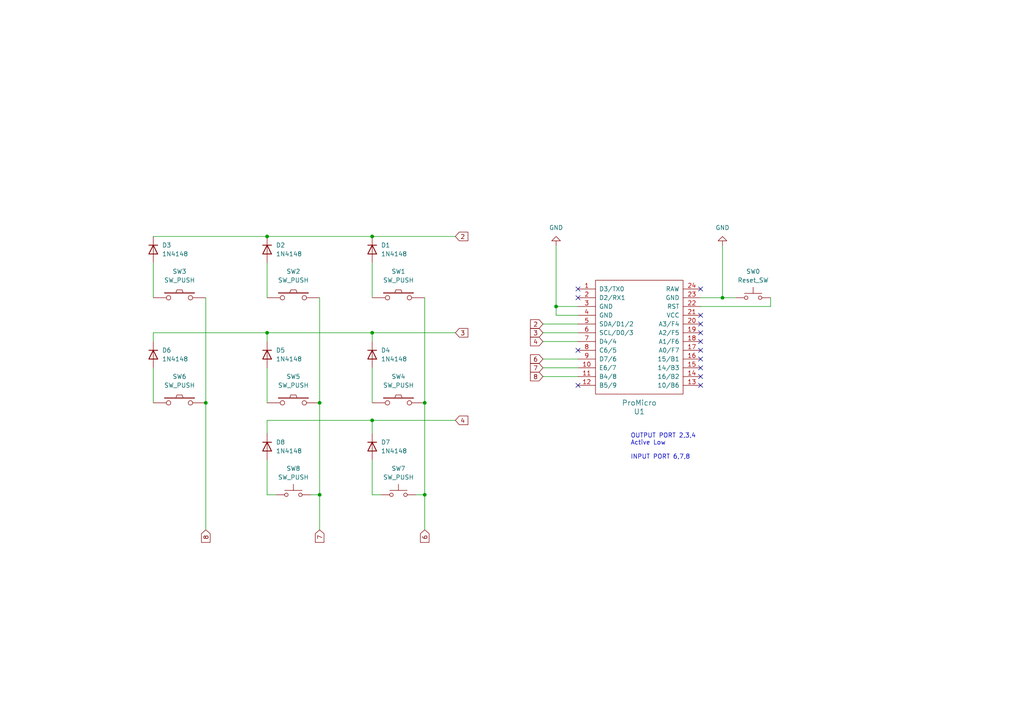
<source format=kicad_sch>
(kicad_sch (version 20230121) (generator eeschema)
  (paper "A4")
  (title_block (title "Kuriyokan (Card size keyboard)") (rev "1") (company "toriten (s51517765)"))
  (lib_symbols
    (symbol "Diode:1N4148" (pin_numbers hide) (pin_names hide)
      (property "Reference" "D" (at 0 2.54 0))
      (property "Value" "1N4148" (at 0 -2.54 0))
      (symbol "1N4148_0_1"
        (polyline (pts (xy -1.27 1.27) (xy -1.27 -1.27)) (stroke (width 0.254)))
        (polyline (pts (xy 1.27 0) (xy -1.27 0)))
        (polyline (pts (xy 1.27 1.27) (xy 1.27 -1.27) (xy -1.27 0) (xy 1.27 1.27)) (stroke (width 0.254)))
      )
      (symbol "1N4148_1_1"
        (pin passive line (at -3.81 0 0) (length 2.54) (name "K") (number "1"))
        (pin passive line (at 3.81 0 180) (length 2.54) (name "A") (number "2"))
      )
    )
    (symbol "Switch:SW_Push" (pin_numbers hide) (pin_names (offset 1.016) hide)
      (property "Reference" "SW" (at 1.27 2.54 0))
      (property "Value" "SW_Push" (at 0 -1.524 0))
      (symbol "SW_Push_0_1"
        (circle (center -2.032 0) (radius 0.508))
        (polyline (pts (xy 0 1.27) (xy 0 3.048)))
        (polyline (pts (xy 2.54 1.27) (xy -2.54 1.27)))
        (circle (center 2.032 0) (radius 0.508))
        (pin passive line (at -5.08 0 0) (length 2.54) (name "1") (number "1"))
        (pin passive line (at 5.08 0 180) (length 2.54) (name "2") (number "2"))
      )
    )
    (symbol "kbd:ProMicro_r" (pin_names (offset 1.016))
      (property "Reference" "U" (at 1.27 22.86 0))
      (property "Value" "ProMicro_r" (at 1.27 -15.24 0))
      (symbol "ProMicro_r_0_1"
        (rectangle (start 13.97 20.32) (end -11.43 -12.7))
      )
      (symbol "ProMicro_r_1_1"
        (pin bidirectional line (at 19.05 17.78 180) (length 5.08) (name "D3/TX0") (number "1"))
        (pin bidirectional line (at 19.05 -5.08 180) (length 5.08) (name "E6/7") (number "10"))
        (pin bidirectional line (at 19.05 -7.62 180) (length 5.08) (name "B4/8") (number "11"))
        (pin bidirectional line (at 19.05 -10.16 180) (length 5.08) (name "B5/9") (number "12"))
        (pin bidirectional line (at -16.51 -10.16 0) (length 5.08) (name "10/B6") (number "13"))
        (pin bidirectional line (at -16.51 -7.62 0) (length 5.08) (name "16/B2") (number "14"))
        (pin bidirectional line (at -16.51 -5.08 0) (length 5.08) (name "14/B3") (number "15"))
        (pin bidirectional line (at -16.51 -2.54 0) (length 5.08) (name "15/B1") (number "16"))
        (pin bidirectional line (at -16.51 0 0) (length 5.08) (name "A0/F7") (number "17"))
        (pin bidirectional line (at -16.51 2.54 0) (length 5.08) (name "A1/F6") (number "18"))
        (pin bidirectional line (at -16.51 5.08 0) (length 5.08) (name "A2/F5") (number "19"))
        (pin bidirectional line (at 19.05 15.24 180) (length 5.08) (name "D2/RX1") (number "2"))
        (pin bidirectional line (at -16.51 7.62 0) (length 5.08) (name "A3/F4") (number "20"))
        (pin power_in line (at -16.51 10.16 0) (length 5.08) (name "VCC") (number "21"))
        (pin input line (at -16.51 12.7 0) (length 5.08) (name "RST") (number "22"))
        (pin power_in line (at -16.51 15.24 0) (length 5.08) (name "GND") (number "23"))
        (pin power_out line (at -16.51 17.78 0) (length 5.08) (name "RAW") (number "24"))
        (pin power_in line (at 19.05 12.7 180) (length 5.08) (name "GND") (number "3"))
        (pin power_in line (at 19.05 10.16 180) (length 5.08) (name "GND") (number "4"))
        (pin bidirectional line (at 19.05 7.62 180) (length 5.08) (name "SDA/D1/2") (number "5"))
        (pin bidirectional line (at 19.05 5.08 180) (length 5.08) (name "SCL/D0/3") (number "6"))
        (pin bidirectional line (at 19.05 2.54 180) (length 5.08) (name "D4/4") (number "7"))
        (pin bidirectional line (at 19.05 0 180) (length 5.08) (name "C6/5") (number "8"))
        (pin bidirectional line (at 19.05 -2.54 180) (length 5.08) (name "D7/6") (number "9"))
      )
    )
    (symbol "kbd:SW_PUSH" (pin_numbers hide) (pin_names (offset 1.016) hide)
      (property "Reference" "SW" (at 3.81 2.794 0))
      (property "Value" "SW_PUSH" (at 0 -2.032 0))
      (symbol "SW_PUSH_0_1"
        (rectangle (start -4.318 1.27) (end 4.318 1.524))
        (polyline (pts (xy -1.016 1.524) (xy -0.762 2.286) (xy 0.762 2.286) (xy 1.016 1.524)))
        (pin passive inverted (at -7.62 0 0) (length 5.08) (name "1") (number "1"))
        (pin passive inverted (at 7.62 0 180) (length 5.08) (name "2") (number "2"))
      )
    )
    (symbol "power:GND" (power) (pin_names (offset 0))
      (property "Value" "GND" (at 0 -3.81 0))
      (symbol "GND_0_1"
        (polyline (pts (xy 0 0) (xy 0 -1.27) (xy 1.27 -1.27) (xy 0 -2.54) (xy -1.27 -1.27) (xy 0 -1.27)))
      )
      (symbol "GND_1_1"
        (pin power_in line (at 0 0 270) (length 0) hide (name "GND") (number "1"))
      )
    )
  )
  (junction (at 77.47 96.52))
  (junction (at 161.29 88.9))
  (junction (at 77.47 68.58))
  (junction (at 107.95 96.52))
  (junction (at 92.71 116.84))
  (junction (at 209.55 86.36))
  (junction (at 123.19 116.84))
  (junction (at 107.95 121.92))
  (junction (at 59.69 116.84))
  (junction (at 123.19 143.51))
  (junction (at 92.71 143.51))
  (junction (at 107.95 68.58))
  (no_connect (at 203.2 83.82))
  (no_connect (at 167.64 111.76))
  (no_connect (at 203.2 104.14))
  (no_connect (at 203.2 93.98))
  (no_connect (at 167.64 83.82))
  (no_connect (at 167.64 101.6))
  (no_connect (at 203.2 109.22))
  (no_connect (at 203.2 91.44))
  (no_connect (at 203.2 111.76))
  (no_connect (at 203.2 101.6))
  (no_connect (at 167.64 86.36))
  (no_connect (at 203.2 106.68))
  (no_connect (at 203.2 96.52))
  (no_connect (at 203.2 99.06))
  (wire (pts (xy 203.2 86.36) (xy 209.55 86.36)))
  (wire (pts (xy 157.48 96.52) (xy 167.64 96.52)))
  (wire (pts (xy 77.47 76.2) (xy 77.47 86.36)))
  (wire (pts (xy 107.95 96.52) (xy 132.08 96.52)))
  (wire (pts (xy 157.48 99.06) (xy 167.64 99.06)))
  (wire (pts (xy 120.65 143.51) (xy 123.19 143.51)))
  (wire (pts (xy 123.19 86.36) (xy 123.19 116.84)))
  (wire (pts (xy 107.95 106.68) (xy 107.95 116.84)))
  (wire (pts (xy 44.45 68.58) (xy 77.47 68.58)))
  (wire (pts (xy 107.95 121.92) (xy 132.08 121.92)))
  (wire (pts (xy 77.47 121.92) (xy 107.95 121.92)))
  (wire (pts (xy 107.95 96.52) (xy 77.47 96.52)))
  (wire (pts (xy 223.52 88.9) (xy 223.52 86.36)))
  (wire (pts (xy 157.48 106.68) (xy 167.64 106.68)))
  (wire (pts (xy 44.45 76.2) (xy 44.45 86.36)))
  (wire (pts (xy 161.29 71.12) (xy 161.29 88.9)))
  (wire (pts (xy 77.47 68.58) (xy 107.95 68.58)))
  (wire (pts (xy 92.71 116.84) (xy 92.71 143.51)))
  (wire (pts (xy 123.19 143.51) (xy 123.19 153.67)))
  (wire (pts (xy 161.29 88.9) (xy 161.29 91.44)))
  (wire (pts (xy 167.64 91.44) (xy 161.29 91.44)))
  (wire (pts (xy 157.48 109.22) (xy 167.64 109.22)))
  (wire (pts (xy 107.95 68.58) (xy 132.08 68.58)))
  (wire (pts (xy 44.45 106.68) (xy 44.45 116.84)))
  (wire (pts (xy 157.48 104.14) (xy 167.64 104.14)))
  (wire (pts (xy 44.45 96.52) (xy 44.45 99.06)))
  (wire (pts (xy 209.55 86.36) (xy 213.36 86.36)))
  (wire (pts (xy 77.47 96.52) (xy 44.45 96.52)))
  (wire (pts (xy 77.47 121.92) (xy 77.47 125.73)))
  (wire (pts (xy 157.48 93.98) (xy 167.64 93.98)))
  (wire (pts (xy 77.47 106.68) (xy 77.47 116.84)))
  (wire (pts (xy 90.17 143.51) (xy 92.71 143.51)))
  (wire (pts (xy 77.47 96.52) (xy 77.47 99.06)))
  (wire (pts (xy 59.69 116.84) (xy 59.69 153.67)))
  (wire (pts (xy 161.29 88.9) (xy 167.64 88.9)))
  (wire (pts (xy 203.2 88.9) (xy 223.52 88.9)))
  (wire (pts (xy 107.95 143.51) (xy 110.49 143.51)))
  (wire (pts (xy 92.71 143.51) (xy 92.71 153.67)))
  (wire (pts (xy 59.69 86.36) (xy 59.69 116.84)))
  (wire (pts (xy 123.19 116.84) (xy 123.19 143.51)))
  (wire (pts (xy 107.95 133.35) (xy 107.95 143.51)))
  (wire (pts (xy 107.95 96.52) (xy 107.95 99.06)))
  (wire (pts (xy 107.95 121.92) (xy 107.95 125.73)))
  (wire (pts (xy 77.47 143.51) (xy 80.01 143.51)))
  (wire (pts (xy 92.71 86.36) (xy 92.71 116.84)))
  (wire (pts (xy 107.95 76.2) (xy 107.95 86.36)))
  (wire (pts (xy 77.47 133.35) (xy 77.47 143.51)))
  (wire (pts (xy 209.55 86.36) (xy 209.55 71.12)))
  (text "OUTPUT PORT 2,3,4\nActive Low\n\nINPUT PORT 6,7,8" (at 182.88 133.35 0) (effects (font (size 1.27 1.27)) (justify left bottom)))
  (global_label "4" (shape input) (at 157.48 99.06 180) (property "Intersheetrefs" "${INTERSHEET_REFS}" (effects hide)))
  (global_label "2" (shape input) (at 132.08 68.58 0) (property "Intersheetrefs" "${INTERSHEET_REFS}" (effects hide)))
  (global_label "7" (shape input) (at 157.48 106.68 180) (property "Intersheetrefs" "${INTERSHEET_REFS}" (effects hide)))
  (global_label "4" (shape input) (at 132.08 121.92 0) (property "Intersheetrefs" "${INTERSHEET_REFS}" (effects hide)))
  (global_label "6" (shape input) (at 123.19 153.67 270) (property "Intersheetrefs" "${INTERSHEET_REFS}" (effects hide)))
  (global_label "2" (shape input) (at 157.48 93.98 180) (property "Intersheetrefs" "${INTERSHEET_REFS}" (effects hide)))
  (global_label "6" (shape input) (at 157.48 104.14 180) (property "Intersheetrefs" "${INTERSHEET_REFS}" (effects hide)))
  (global_label "8" (shape input) (at 59.69 153.67 270) (property "Intersheetrefs" "${INTERSHEET_REFS}" (effects hide)))
  (global_label "7" (shape input) (at 92.71 153.67 270) (property "Intersheetrefs" "${INTERSHEET_REFS}" (effects hide)))
  (global_label "3" (shape input) (at 157.48 96.52 180) (property "Intersheetrefs" "${INTERSHEET_REFS}" (effects hide)))
  (global_label "8" (shape input) (at 157.48 109.22 180) (property "Intersheetrefs" "${INTERSHEET_REFS}" (effects hide)))
  (global_label "3" (shape input) (at 132.08 96.52 0) (property "Intersheetrefs" "${INTERSHEET_REFS}" (effects hide)))
  (symbol (lib_id "Diode:1N4148") (at 44.45 72.39 270) (unit 1)
    (property "Reference" "D3" (at 46.99 71.12 90) (effects (justify left)))
    (property "Value" "1N4148" (at 46.99 73.66 90) (effects (justify left)))
    (property "Footprint" "Diode_THT:D_DO-35_SOD27_P7.62mm_Horizontal" (effects hide))
    (property "Datasheet" "https://assets.nexperia.com/documents/data-sheet/1N4148_1N4448.pdf" (effects hide))
    (property "Sim.Device" "D" (effects hide))
    (property "Sim.Pins" "1=K 2=A" (effects hide))
  )
  (symbol (lib_id "Diode:1N4148") (at 77.47 102.87 270) (unit 1)
    (property "Reference" "D5" (at 80.01 101.6 90) (effects (justify left)))
    (property "Value" "1N4148" (at 80.01 104.14 90) (effects (justify left)))
    (property "Footprint" "Diode_THT:D_DO-35_SOD27_P7.62mm_Horizontal" (effects hide))
    (property "Datasheet" "https://assets.nexperia.com/documents/data-sheet/1N4148_1N4448.pdf" (effects hide))
    (property "Sim.Device" "D" (effects hide))
    (property "Sim.Pins" "1=K 2=A" (effects hide))
  )
  (symbol (lib_id "Diode:1N4148") (at 44.45 102.87 270) (unit 1)
    (property "Reference" "D6" (at 46.99 101.6 90) (effects (justify left)))
    (property "Value" "1N4148" (at 46.99 104.14 90) (effects (justify left)))
    (property "Footprint" "Diode_THT:D_DO-35_SOD27_P7.62mm_Horizontal" (effects hide))
    (property "Datasheet" "https://assets.nexperia.com/documents/data-sheet/1N4148_1N4448.pdf" (effects hide))
    (property "Sim.Device" "D" (effects hide))
    (property "Sim.Pins" "1=K 2=A" (effects hide))
  )
  (symbol (lib_id "kbd:SW_PUSH") (at 52.07 116.84 0) (unit 1)
    (property "Reference" "SW6" (at 52.07 109.22 0))
    (property "Value" "SW_PUSH" (at 52.07 111.76 0))
    (property "Footprint" "Button_Switch_Keyboard:SW_Cherry_MX_1.00u_Plate" (effects hide))
  )
  (symbol (lib_id "Diode:1N4148") (at 77.47 129.54 270) (unit 1)
    (property "Reference" "D8" (at 80.01 128.27 90) (effects (justify left)))
    (property "Value" "1N4148" (at 80.01 130.81 90) (effects (justify left)))
    (property "Footprint" "Diode_THT:D_DO-35_SOD27_P7.62mm_Horizontal" (effects hide))
    (property "Datasheet" "https://assets.nexperia.com/documents/data-sheet/1N4148_1N4448.pdf" (effects hide))
    (property "Sim.Device" "D" (effects hide))
    (property "Sim.Pins" "1=K 2=A" (effects hide))
  )
  (symbol (lib_id "kbd:SW_PUSH") (at 115.57 86.36 0) (unit 1)
    (property "Reference" "SW1" (at 115.57 78.74 0))
    (property "Value" "SW_PUSH" (at 115.57 81.28 0))
    (property "Footprint" "Button_Switch_Keyboard:SW_Cherry_MX_1.00u_Plate" (effects hide))
  )
  (symbol (lib_id "power:GND") (at 209.55 71.12 0) (mirror x) (unit 1)
    (property "Reference" "#PWR01" (effects hide))
    (property "Value" "GND" (at 209.55 66.04 0))
  )
  (symbol (lib_id "Diode:1N4148") (at 77.47 72.39 270) (unit 1)
    (property "Reference" "D2" (at 80.01 71.12 90) (effects (justify left)))
    (property "Value" "1N4148" (at 80.01 73.66 90) (effects (justify left)))
    (property "Footprint" "Diode_THT:D_DO-35_SOD27_P7.62mm_Horizontal" (effects hide))
    (property "Datasheet" "https://assets.nexperia.com/documents/data-sheet/1N4148_1N4448.pdf" (effects hide))
    (property "Sim.Device" "D" (effects hide))
    (property "Sim.Pins" "1=K 2=A" (effects hide))
  )
  (symbol (lib_id "kbd:SW_PUSH") (at 52.07 86.36 0) (unit 1)
    (property "Reference" "SW3" (at 52.07 78.74 0))
    (property "Value" "SW_PUSH" (at 52.07 81.28 0))
    (property "Footprint" "Button_Switch_Keyboard:SW_Cherry_MX_1.00u_Plate" (effects hide))
  )
  (symbol (lib_id "Diode:1N4148") (at 107.95 72.39 270) (unit 1)
    (property "Reference" "D1" (at 110.49 71.12 90) (effects (justify left)))
    (property "Value" "1N4148" (at 110.49 73.66 90) (effects (justify left)))
    (property "Footprint" "Diode_THT:D_DO-35_SOD27_P7.62mm_Horizontal" (effects hide))
    (property "Datasheet" "https://assets.nexperia.com/documents/data-sheet/1N4148_1N4448.pdf" (effects hide))
    (property "Sim.Device" "D" (effects hide))
    (property "Sim.Pins" "1=K 2=A" (effects hide))
  )
  (symbol (lib_id "Diode:1N4148") (at 107.95 102.87 270) (unit 1)
    (property "Reference" "D4" (at 110.49 101.6 90) (effects (justify left)))
    (property "Value" "1N4148" (at 110.49 104.14 90) (effects (justify left)))
    (property "Footprint" "Diode_THT:D_DO-35_SOD27_P7.62mm_Horizontal" (effects hide))
    (property "Datasheet" "https://assets.nexperia.com/documents/data-sheet/1N4148_1N4448.pdf" (effects hide))
    (property "Sim.Device" "D" (effects hide))
    (property "Sim.Pins" "1=K 2=A" (effects hide))
  )
  (symbol (lib_id "kbd:SW_PUSH") (at 85.09 116.84 0) (unit 1)
    (property "Reference" "SW5" (at 85.09 109.22 0))
    (property "Value" "SW_PUSH" (at 85.09 111.76 0))
    (property "Footprint" "Button_Switch_Keyboard:SW_Cherry_MX_1.00u_Plate" (effects hide))
  )
  (symbol (lib_id "kbd:SW_PUSH") (at 85.09 86.36 0) (unit 1)
    (property "Reference" "SW2" (at 85.09 78.74 0))
    (property "Value" "SW_PUSH" (at 85.09 81.28 0))
    (property "Footprint" "Button_Switch_Keyboard:SW_Cherry_MX_1.00u_Plate" (effects hide))
  )
  (symbol (lib_id "Switch:SW_Push") (at 115.57 143.51 0) (unit 1)
    (property "Reference" "SW7" (at 115.57 135.89 0))
    (property "Value" "SW_PUSH" (at 115.57 138.43 0))
    (property "Footprint" "Button_Switch_THT:SW_TH_Tactile_Omron_B3F-10xx" (effects hide))
  )
  (symbol (lib_id "power:GND") (at 161.29 71.12 0) (mirror x) (unit 1)
    (property "Reference" "#PWR02" (effects hide))
    (property "Value" "GND" (at 161.29 66.04 0))
  )
  (symbol (lib_id "Diode:1N4148") (at 107.95 129.54 270) (unit 1)
    (property "Reference" "D7" (at 110.49 128.27 90) (effects (justify left)))
    (property "Value" "1N4148" (at 110.49 130.81 90) (effects (justify left)))
    (property "Footprint" "Diode_THT:D_DO-35_SOD27_P7.62mm_Horizontal" (effects hide))
    (property "Datasheet" "https://assets.nexperia.com/documents/data-sheet/1N4148_1N4448.pdf" (effects hide))
    (property "Sim.Device" "D" (effects hide))
    (property "Sim.Pins" "1=K 2=A" (effects hide))
  )
  (symbol (lib_id "kbd:ProMicro_r") (at 186.69 101.6 0) (mirror y) (unit 1)
    (property "Reference" "U1" (at 185.42 119.38 0) (effects (font (size 1.524 1.524))))
    (property "Value" "ProMicro" (at 185.42 116.84 0) (effects (font (size 1.524 1.524))))
    (property "Footprint" "kbd:ProMicro_v3" (effects hide))
  )
  (symbol (lib_id "Switch:SW_Push") (at 85.09 143.51 0) (unit 1)
    (property "Reference" "SW8" (at 85.09 135.89 0))
    (property "Value" "SW_PUSH" (at 85.09 138.43 0))
    (property "Footprint" "Button_Switch_THT:SW_TH_Tactile_Omron_B3F-10xx" (effects hide))
  )
  (symbol (lib_id "Switch:SW_Push") (at 218.44 86.36 0) (unit 1)
    (property "Reference" "SW0" (at 218.44 78.74 0))
    (property "Value" "Reset_SW" (at 218.44 81.28 0))
    (property "Footprint" "Button_Switch_THT:SW_TH_Tactile_Omron_B3F-10xx" (effects hide))
  )
  (symbol (lib_id "kbd:SW_PUSH") (at 115.57 116.84 0) (unit 1)
    (property "Reference" "SW4" (at 115.57 109.22 0))
    (property "Value" "SW_PUSH" (at 115.57 111.76 0))
    (property "Footprint" "Button_Switch_Keyboard:SW_Cherry_MX_1.00u_Plate" (effects hide))
  )
)
</source>
